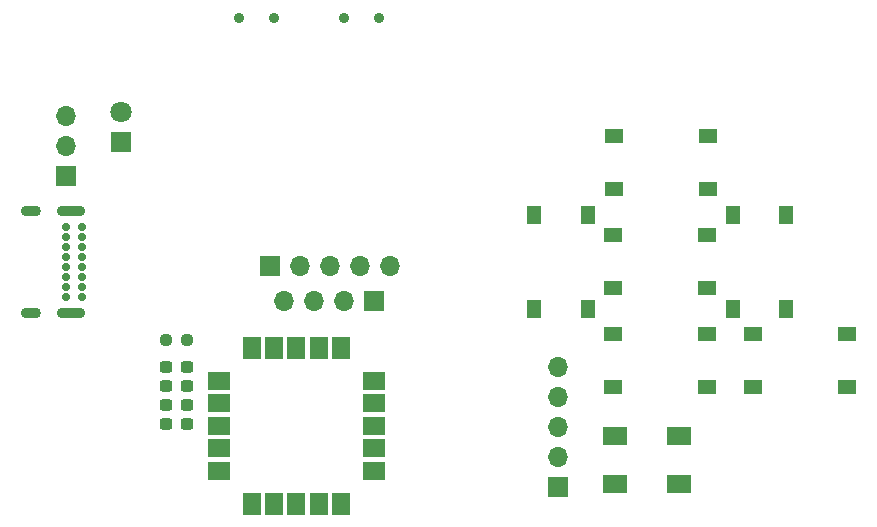
<source format=gbr>
%TF.GenerationSoftware,KiCad,Pcbnew,7.0.5-1.fc38*%
%TF.CreationDate,2023-06-12T10:00:34+02:00*%
%TF.ProjectId,gps_compass,6770735f-636f-46d7-9061-73732e6b6963,rev?*%
%TF.SameCoordinates,Original*%
%TF.FileFunction,Soldermask,Top*%
%TF.FilePolarity,Negative*%
%FSLAX46Y46*%
G04 Gerber Fmt 4.6, Leading zero omitted, Abs format (unit mm)*
G04 Created by KiCad (PCBNEW 7.0.5-1.fc38) date 2023-06-12 10:00:34*
%MOMM*%
%LPD*%
G01*
G04 APERTURE LIST*
G04 Aperture macros list*
%AMRoundRect*
0 Rectangle with rounded corners*
0 $1 Rounding radius*
0 $2 $3 $4 $5 $6 $7 $8 $9 X,Y pos of 4 corners*
0 Add a 4 corners polygon primitive as box body*
4,1,4,$2,$3,$4,$5,$6,$7,$8,$9,$2,$3,0*
0 Add four circle primitives for the rounded corners*
1,1,$1+$1,$2,$3*
1,1,$1+$1,$4,$5*
1,1,$1+$1,$6,$7*
1,1,$1+$1,$8,$9*
0 Add four rect primitives between the rounded corners*
20,1,$1+$1,$2,$3,$4,$5,0*
20,1,$1+$1,$4,$5,$6,$7,0*
20,1,$1+$1,$6,$7,$8,$9,0*
20,1,$1+$1,$8,$9,$2,$3,0*%
G04 Aperture macros list end*
%ADD10R,1.550000X1.300000*%
%ADD11RoundRect,0.237500X0.300000X0.237500X-0.300000X0.237500X-0.300000X-0.237500X0.300000X-0.237500X0*%
%ADD12R,1.300000X1.550000*%
%ADD13R,2.000000X1.600000*%
%ADD14R,1.700000X1.700000*%
%ADD15O,1.700000X1.700000*%
%ADD16RoundRect,0.237500X0.250000X0.237500X-0.250000X0.237500X-0.250000X-0.237500X0.250000X-0.237500X0*%
%ADD17RoundRect,0.000001X-0.900000X-0.750000X0.900000X-0.750000X0.900000X0.750000X-0.900000X0.750000X0*%
%ADD18RoundRect,0.000001X-0.750000X-0.900000X0.750000X-0.900000X0.750000X0.900000X-0.750000X0.900000X0*%
%ADD19C,0.700000*%
%ADD20O,2.400000X0.900000*%
%ADD21O,1.700000X0.900000*%
%ADD22R,1.800000X1.800000*%
%ADD23C,1.800000*%
%ADD24C,0.900000*%
G04 APERTURE END LIST*
D10*
%TO.C,SWup1*%
X122265000Y-56850000D03*
X114315000Y-56850000D03*
X122265000Y-52350000D03*
X114315000Y-52350000D03*
%TD*%
D11*
%TO.C,C3*%
X78162500Y-75100000D03*
X76437500Y-75100000D03*
%TD*%
%TO.C,C9*%
X78162500Y-73500000D03*
X76437500Y-73500000D03*
%TD*%
%TO.C,C8*%
X78162500Y-71900000D03*
X76437500Y-71900000D03*
%TD*%
D12*
%TO.C,SWright1*%
X124400000Y-66975000D03*
X124400000Y-59025000D03*
X128900000Y-66975000D03*
X128900000Y-59025000D03*
%TD*%
D13*
%TO.C,Prog*%
X114400000Y-77750000D03*
X119800000Y-77750000D03*
%TD*%
D10*
%TO.C,SWb1*%
X134050000Y-73650000D03*
X126100000Y-73650000D03*
X134050000Y-69150000D03*
X126100000Y-69150000D03*
%TD*%
%TO.C,SWa1*%
X122225000Y-65250000D03*
X114275000Y-65250000D03*
X122225000Y-60750000D03*
X114275000Y-60750000D03*
%TD*%
D14*
%TO.C,LCD*%
X85200000Y-63350000D03*
D15*
X87740000Y-63350000D03*
X90280000Y-63350000D03*
X92820000Y-63350000D03*
X95360000Y-63350000D03*
%TD*%
D10*
%TO.C,SWdown1*%
X122225000Y-73650000D03*
X114275000Y-73650000D03*
X122225000Y-69150000D03*
X114275000Y-69150000D03*
%TD*%
D16*
%TO.C,R4*%
X78212500Y-69600000D03*
X76387500Y-69600000D03*
%TD*%
D11*
%TO.C,C4*%
X78162500Y-76700000D03*
X76437500Y-76700000D03*
%TD*%
D17*
%TO.C,GPS*%
X80850000Y-73100000D03*
X80850000Y-75000000D03*
X80850000Y-76900000D03*
X80850000Y-78800000D03*
X80850000Y-80700000D03*
D18*
X83650000Y-83500000D03*
X85550000Y-83500000D03*
X87450000Y-83500000D03*
X89350000Y-83500000D03*
X91250000Y-83500000D03*
D17*
X94050000Y-80700000D03*
X94050000Y-78800000D03*
X94050000Y-76900000D03*
X94050000Y-75000000D03*
X94050000Y-73100000D03*
D18*
X91250000Y-70300000D03*
X89350000Y-70300000D03*
X87450000Y-70300000D03*
X85550000Y-70300000D03*
X83650000Y-70300000D03*
%TD*%
D12*
%TO.C,SWleft1*%
X107600000Y-66985000D03*
X107600000Y-59035000D03*
X112100000Y-66985000D03*
X112100000Y-59035000D03*
%TD*%
D13*
%TO.C,En*%
X119800000Y-81850000D03*
X114400000Y-81850000D03*
%TD*%
D14*
%TO.C,Oled*%
X94050000Y-66350000D03*
D15*
X91510000Y-66350000D03*
X88970000Y-66350000D03*
X86430000Y-66350000D03*
%TD*%
D14*
%TO.C,GY-271*%
X109600000Y-82080000D03*
D15*
X109600000Y-79540000D03*
X109600000Y-77000000D03*
X109600000Y-74460000D03*
X109600000Y-71920000D03*
%TD*%
D19*
%TO.C,J1*%
X69325000Y-60025000D03*
X69325000Y-60875000D03*
X69325000Y-61725000D03*
X69325000Y-62575000D03*
X69325000Y-63425000D03*
X69325000Y-64275000D03*
X69325000Y-65125000D03*
X69325000Y-65975000D03*
X67975000Y-65975000D03*
X67975000Y-65125000D03*
X67975000Y-64275000D03*
X67975000Y-63425000D03*
X67975000Y-62575000D03*
X67975000Y-61725000D03*
X67975000Y-60875000D03*
X67975000Y-60025000D03*
D20*
X68345000Y-58675000D03*
D21*
X64965000Y-58675000D03*
D20*
X68345000Y-67325000D03*
D21*
X64965000Y-67325000D03*
%TD*%
D22*
%TO.C,LED*%
X72600000Y-52900000D03*
D23*
X72600000Y-50360000D03*
%TD*%
D24*
%TO.C,MAIN*%
X82550000Y-42370000D03*
X85550000Y-42370000D03*
%TD*%
%TO.C,ESP*%
X91450000Y-42370000D03*
X94450000Y-42370000D03*
%TD*%
D14*
%TO.C,Serial*%
X67900000Y-55740000D03*
D15*
X67900000Y-53200000D03*
X67900000Y-50660000D03*
%TD*%
M02*

</source>
